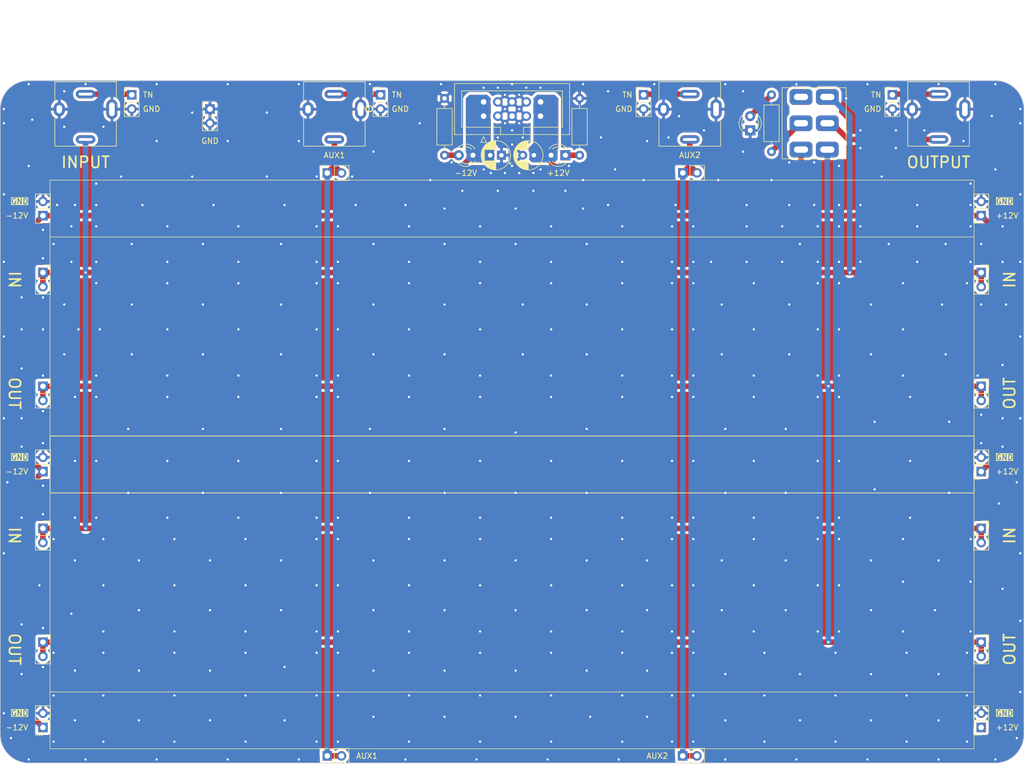
<source format=kicad_pcb>
(kicad_pcb (version 20221018) (generator pcbnew)
  (layers (0 "F.Cu" signal) (31 "B.Cu" signal) (34 "B.Paste" user) (35 "F.Paste" user) (36 "B.SilkS" user "B.Silkscreen") (37 "F.SilkS" user "F.Silkscreen") (38 "B.Mask" user) (39 "F.Mask" user) (44 "Edge.Cuts" user))
  (net 0 "")
  (net 1 "+12V")
  (net 2 "GND")
  (net 3 "-12V")
  (net 4 "Net-(D1-K)")
  (net 5 "Net-(D2-A)")
  (net 6 "Net-(D3-A)")
  (net 8 "/INPUT")
  (net 9 "/TN_IN")
  (net 10 "/OUTPUT")
  (net 11 "/TN_OUT")
  (net 12 "/AUX1")
  (net 13 "/TN_AUX1")
  (net 14 "/AUX2")
  (net 15 "/TN_AUX2")
  (net 16 "/TO_OUT")
  (net 17 "/EN")
  (footprint "Connector_PinSocket_2.54mm:PinSocket_1x02_P2.54mm_Vertical" (layer "F.Cu") (at 68.58 100.33 180)
    (fp_text reference "J9" hide)
    (fp_text value "-12V")
  )
  (footprint "Connector_PinSocket_2.54mm:PinSocket_1x02_P2.54mm_Vertical" (layer "F.Cu") (at 119.38 151.13 90)
    (fp_text reference "J23" hide)
    (fp_text value "AUX1")
  )
  (footprint "Connector_PinSocket_2.54mm:PinSocket_1x02_P2.54mm_Vertical" (layer "F.Cu") (at 236.22 85.09)
    (fp_text reference "J13" hide)
    (fp_text value "OUT")
  )
  (footprint "Connector_PinSocket_2.54mm:PinSocket_1x02_P2.54mm_Vertical" (layer "F.Cu") (at 236.22 100.33 180)
    (fp_text reference "J7" hide)
    (fp_text value "+12V")
  )
  (footprint "Connector_PinHeader_2.54mm:PinHeader_1x02_P2.54mm_Vertical" (layer "F.Cu") (at 84.455 33.02)
    (fp_text reference "JP1" hide)
    (fp_text value "TN_GND" hide)
  )
  (footprint "Connector_PinHeader_2.54mm:PinHeader_1x02_P2.54mm_Vertical" (layer "F.Cu") (at 220.345 33.02)
    (fp_text reference "JP2" hide)
    (fp_text value "TN_GND" hide)
  )
  (footprint "Capacitor_THT:CP_Radial_D5.0mm_P2.00mm" (layer "F.Cu") (at 150.495 43.815 180)
    (fp_text reference "C2" hide)
    (fp_text value "100uF" hide)
  )
  (footprint "Connector_PinHeader_2.54mm:PinHeader_1x02_P2.54mm_Vertical" (layer "F.Cu") (at 175.895 33.02)
    (fp_text reference "JP4" hide)
    (fp_text value "TN_GND" hide)
  )
  (footprint "kosmo-lib:Breadboard" (layer "F.Cu") (at 152.4 121.92)
    (fp_text reference "B2" hide)
    (fp_text value "~" hide)
  )
  (footprint "Connector_PinSocket_2.54mm:PinSocket_1x02_P2.54mm_Vertical" (layer "F.Cu") (at 119.38 46.99 90)
    (fp_text reference "J14" hide)
    (fp_text value "AUX1")
  )
  (footprint "LED_THT:LED_D3.0mm" (layer "F.Cu") (at 194.945 39.37 90)
    (fp_text reference "D3" hide)
    (fp_text value "ENABLE" hide)
  )
  (footprint "Connector_PinSocket_2.54mm:PinSocket_1x02_P2.54mm_Vertical" (layer "F.Cu") (at 182.88 151.13 90)
    (fp_text reference "J24" hide)
    (fp_text value "AUX2")
  )
  (footprint "Connector_PinSocket_2.54mm:PinSocket_1x02_P2.54mm_Vertical" (layer "F.Cu") (at 68.58 110.49)
    (fp_text reference "J21" hide)
    (fp_text value "IN")
  )
  (footprint "Connector_PinSocket_2.54mm:PinSocket_1x02_P2.54mm_Vertical" (layer "F.Cu") (at 68.58 130.81)
    (fp_text reference "J22" hide)
    (fp_text value "OUT")
  )
  (footprint "Connector_PinHeader_2.54mm:PinHeader_1x02_P2.54mm_Vertical" (layer "F.Cu") (at 128.905 33.02)
    (fp_text reference "JP3" hide)
    (fp_text value "TN_GND" hide)
  )
  (footprint "kosmo-lib:Jack_3.5mm_QingPu_WQP-PJ301BM" (layer "F.Cu") (at 228.6 36.195 180)
    (fp_text reference "J3" hide)
    (fp_text value "OUTPUT")
  )
  (footprint "Connector_PinSocket_2.54mm:PinSocket_1x02_P2.54mm_Vertical" (layer "F.Cu") (at 68.58 54.61 180)
    (fp_text reference "J8" hide)
    (fp_text value "-12V")
  )
  (footprint "Connector_IDC:IDC-Header_2x05_P2.54mm_Vertical" (layer "F.Cu") (at 147.32 36.83 90)
    (fp_text reference "J1" hide)
    (fp_text value "EURO POWER" hide)
  )
  (footprint "LED_THT:LED_D3.0mm" (layer "F.Cu") (at 145.415 43.815 180)
    (fp_text reference "D2" hide)
    (fp_text value "-12V")
  )
  (footprint "kosmo-lib:Jack_3.5mm_QingPu_WQP-PJ301BM" (layer "F.Cu") (at 184.15 36.195 180)
    (fp_text reference "J5" hide)
    (fp_text value "AUX2")
  )
  (footprint "kosmo-lib:Switch_DPDT" (layer "F.Cu") (at 206.375 38.1)
    (fp_text reference "SW1" hide)
    (fp_text value "SW_DPDT_x2")
  )
  (footprint "kosmo-lib:Jack_3.5mm_QingPu_WQP-PJ301BM" (layer "F.Cu") (at 76.2 36.195 180)
    (fp_text reference "J2" hide)
    (fp_text value "INPUT")
  )
  (footprint "kosmo-lib:Jack_3.5mm_QingPu_WQP-PJ301BM" (layer "F.Cu") (at 120.65 36.195 180)
    (fp_text reference "J4" hide)
    (fp_text value "AUX1")
  )
  (footprint "Connector_PinSocket_2.54mm:PinSocket_1x02_P2.54mm_Vertical" (layer "F.Cu") (at 68.58 85.09)
    (fp_text reference "J12" hide)
    (fp_text value "OUT")
  )
  (footprint "LED_THT:LED_D3.0mm" (layer "F.Cu") (at 161.925 43.815 180)
    (fp_text reference "D1" hide)
    (fp_text value "+12V")
  )
  (footprint "Connector_PinSocket_2.54mm:PinSocket_1x02_P2.54mm_Vertical" (layer "F.Cu") (at 236.22 130.81)
    (fp_text reference "J17" hide)
    (fp_text value "OUT")
  )
  (footprint "Connector_PinSocket_2.54mm:PinSocket_1x02_P2.54mm_Vertical" (layer "F.Cu") (at 236.22 146.05 180)
    (fp_text reference "J19" hide)
    (fp_text value "+12V")
  )
  (footprint "Connector_PinSocket_2.54mm:PinSocket_1x02_P2.54mm_Vertical" (layer "F.Cu") (at 68.58 146.05 180)
    (fp_text reference "J20" hide)
    (fp_text value "-12V")
  )
  (footprint "Connector_PinSocket_2.54mm:PinSocket_1x02_P2.54mm_Vertical" (layer "F.Cu") (at 236.22 54.61 180)
    (fp_text reference "J6" hide)
    (fp_text value "+12V")
  )
  (footprint "Connector_PinHeader_2.54mm:PinHeader_1x02_P2.54mm_Vertical" (layer "F.Cu") (at 98.425 35.56)
    (fp_text reference "J18" hide)
    (fp_text value "GND")
  )
  (footprint "Resistor_THT:R_Axial_DIN0207_L6.3mm_D2.5mm_P10.16mm_Horizontal" (layer "F.Cu") (at 198.755 43.18 90)
    (fp_text reference "R3" hide)
    (fp_text value "1k2" hide)
  )
  (footprint "Connector_PinSocket_2.54mm:PinSocket_1x02_P2.54mm_Vertical" (layer "F.Cu") (at 182.9 46.965 90)
    (fp_text reference "J15" hide)
    (fp_text value "AUX2")
  )
  (footprint "Capacitor_THT:CP_Radial_D5.0mm_P2.00mm" (layer "F.Cu") (at 156.305 43.815 180)
    (fp_text reference "C1" hide)
    (fp_text value "100uF" hide)
  )
  (footprint "Connector_PinSocket_2.54mm:PinSocket_1x02_P2.54mm_Vertical" (layer "F.Cu") (at 236.22 64.77)
    (fp_text reference "J11" hide)
    (fp_text value "IN")
  )
  (footprint "Connector_PinSocket_2.54mm:PinSocket_1x02_P2.54mm_Vertical" (layer "F.Cu") (at 236.22 110.49)
    (fp_text reference "J16" hide)
    (fp_text value "IN")
  )
  (footprint "Connector_PinSocket_2.54mm:PinSocket_1x02_P2.54mm_Vertical" (layer "F.Cu") (at 68.58 64.77)
    (fp_text reference "J10" hide)
    (fp_text value "IN")
  )
  (footprint "Resistor_THT:R_Axial_DIN0207_L6.3mm_D2.5mm_P10.16mm_Horizontal" (layer "F.Cu") (at 164.465 43.815 90)
    (fp_text reference "R1" hide)
    (fp_text value "1k2" hide)
  )
  (footprint "kosmo-lib:Breadboard" (layer "F.Cu") (at 152.4 76.2)
    (fp_text reference "B1" hide)
    (fp_text value "~" hide)
  )
  (footprint "Resistor_THT:R_Axial_DIN0207_L6.3mm_D2.5mm_P10.16mm_Horizontal" (layer "F.Cu") (at 140.335 33.655 -90)
    (fp_text reference "R2" hide)
    (fp_text value "1k2" hide)
  )
  (gr_line (start 60.96 147.32) (end 60.96 35.56) (stroke (width 0.1)) (layer "Edge.Cuts"))
  (gr_arc (start 238.760002 30.479998) (mid 242.352104 31.967896) (end 243.840002 35.559998) (stroke (width 0.1)) (layer "Edge.Cuts"))
  (gr_line (start 66.04 152.4) (end 238.76 152.4) (stroke (width 0.1)) (layer "Edge.Cuts"))
  (gr_line (start 66.04 30.48) (end 238.760002 30.479998) (stroke (width 0.1)) (layer "Edge.Cuts"))
  (gr_line (start 243.84 147.32) (end 243.84 35.559999) (stroke (width 0.1)) (layer "Edge.Cuts"))
  (gr_arc (start 66.04 152.4) (mid 62.447898 150.912102) (end 60.96 147.32) (stroke (width 0.1)) (layer "Edge.Cuts"))
  (gr_arc (start 60.96 35.56) (mid 62.447898 31.967898) (end 66.04 30.48) (stroke (width 0.1)) (layer "Edge.Cuts"))
  (gr_arc (start 243.84 147.32) (mid 242.352102 150.912102) (end 238.76 152.4) (stroke (width 0.1)) (layer "Edge.Cuts"))
  (gr_text "GND" (at 66.04 143.51) (layer "F.SilkS" knockout) (effects (font (size 1 1)) (justify right)))
  (gr_text "GND" (at 86.36 35.56) (layer "F.SilkS") (effects (font (size 1 1)) (justify left)))
  (gr_text "TN" (at 173.99 33.02) (layer "F.SilkS") (effects (font (size 1 1)) (justify right)))
  (gr_text "GND" (at 130.81 35.56) (layer "F.SilkS") (effects (font (size 1 1)) (justify left)))
  (gr_text "GND" (at 218.44 35.56) (layer "F.SilkS") (effects (font (size 1 1)) (justify right)))
  (gr_text "GND" (at 66.04 52.07) (layer "F.SilkS" knockout) (effects (font (size 1 1)) (justify right)))
  (gr_text "TN" (at 218.44 33.02) (layer "F.SilkS") (effects (font (size 1 1)) (justify right)))
  (gr_text "GND" (at 173.99 35.56) (layer "F.SilkS") (effects (font (size 1 1)) (justify right)))
  (gr_text "GND" (at 238.76 52.07) (layer "F.SilkS" knockout) (effects (font (size 1 1)) (justify left)))
  (gr_text "TN" (at 86.36 33.02) (layer "F.SilkS") (effects (font (size 1 1)) (justify left)))
  (gr_text "GND" (at 124.46 35.56) (layer "F.SilkS") (effects (font (size 1 1)) (justify left)))
  (gr_text "GND" (at 238.76 97.79) (layer "F.SilkS" knockout) (effects (font (size 1 1)) (justify left)))
  (gr_text "GND" (at 238.76 143.51) (layer "F.SilkS" knockout) (effects (font (size 1 1)) (justify left)))
  (gr_text "TN" (at 130.81 33.02) (layer "F.SilkS") (effects (font (size 1 1)) (justify left)))
  (gr_text "GND" (at 66.04 97.79) (layer "F.SilkS" knockout) (effects (font (size 1 1)) (justify right)))
  (segment (start 203.835 54.61) (end 168.907208 54.61) (width 1) (layer "F.Cu") (net 1))
  (segment (start 204.0255 54.4195) (end 203.835 54.61) (width 1) (layer "F.Cu") (net 1))
  (segment (start 236.22 54.61) (end 203.835 54.61) (width 1) (layer "F.Cu") (net 1))
  (segment (start 238.125 56.515) (end 238.125 98.425) (width 1) (layer "F.Cu") (net 1))
  (segment (start 236.22 54.61) (end 238.125 56.515) (width 1) (layer "F.Cu") (net 1))
  (segment (start 168.907208 54.61) (end 159.385 45.087792) (width 1) (layer "F.Cu") (net 1))
  (segment (start 204.0255 42.799) (end 204.0255 54.4195) (width 1) (layer "F.Cu") (net 1))
  (segment (start 159.385 45.087792) (end 159.385 43.815) (width 1) (layer "F.Cu") (net 1))
  (segment (start 238.125 98.425) (end 236.22 100.33) (width 1) (layer "F.Cu") (net 1))
  (via (at 146.685 74.93) (size 0.8) (drill 0.4) (layers "F.Cu" "B.Cu") (net 2))
  (via (at 153.67 38.1) (size 0.8) (drill 0.4) (layers "F.Cu" "B.Cu") (net 2))
  (via (at 238.76 46.355) (size 0.8) (drill 0.4) (layers "F.Cu" "B.Cu") (net 2))
  (via (at 133.985 83.185) (size 0.8) (drill 0.4) (layers "F.Cu" "B.Cu") (net 2))
  (via (at 68.58 83.185) (size 0.8) (drill 0.4) (layers "F.Cu" "B.Cu") (net 2))
  (via (at 233.045 41.275) (size 0.8) (drill 0.4) (layers "F.Cu" "B.Cu") (net 2))
  (via (at 194.31 62.865) (size 0.8) (drill 0.4) (layers "F.Cu" "B.Cu") (net 2))
  (via (at 97.155 79.375) (size 0.8) (drill 0.4) (layers "F.Cu" "B.Cu") (net 2))
  (via (at 78.105 56.515) (size 0.8) (drill 0.4) (layers "F.Cu" "B.Cu") (net 2))
  (via (at 127.635 79.375) (size 0.8) (drill 0.4) (layers "F.Cu" "B.Cu") (net 2))
  (via (at 117.475 83.185) (size 0.8) (drill 0.4) (layers "F.Cu" "B.Cu") (net 2))
  (via (at 210.82 108.585) (size 0.8) (drill 0.4) (layers "F.Cu" "B.Cu") (net 2))
  (via (at 74.295 144.78) (size 0.8) (drill 0.4) (layers "F.Cu" "B.Cu") (net 2))
  (via (at 117.475 120.65) (size 0.8) (drill 0.4) (layers "F.Cu" "B.Cu") (net 2))
  (via (at 143.51 50.165) (size 0.8) (drill 0.4) (layers "F.Cu" "B.Cu") (net 2))
  (via (at 83.82 92.71) (size 0.8) (drill 0.4) (layers "F.Cu" "B.Cu") (net 2))
  (via (at 159.385 112.395) (size 0.8) (drill 0.4) (layers "F.Cu" "B.Cu") (net 2))
  (via (at 207.01 62.865) (size 0.8) (drill 0.4) (layers "F.Cu" "B.Cu") (net 2))
  (via (at 228.6 151.765) (size 0.8) (drill 0.4) (layers "F.Cu" "B.Cu") (net 2))
  (via (at 157.48 46.355) (size 0.8) (drill 0.4) (layers "F.Cu" "B.Cu") (net 2))
  (via (at 172.085 56.515) (size 0.8) (drill 0.4) (layers "F.Cu" "B.Cu") (net 2))
  (via (at 101.6 41.275) (size 0.8) (drill 0.4) (layers "F.Cu" "B.Cu") (net 2))
  (via (at 103.505 83.185) (size 0.8) (drill 0.4) (layers "F.Cu" "B.Cu") (net 2))
  (via (at 195.58 112.395) (size 0.8) (drill 0.4) (layers "F.Cu" "B.Cu") (net 2))
  (via (at 210.82 52.705) (size 0.8) (drill 0.4) (layers "F.Cu" "B.Cu") (net 2))
  (via (at 170.815 46.355) (size 0.8) (drill 0.4) (layers "F.Cu" "B.Cu") (net 2))
  (via (at 210.185 140.335) (size 0.8) (drill 0.4) (layers "F.Cu" "B.Cu") (net 2))
  (via (at 152.4 41.91) (size 0.8) (drill 0.4) (layers "F.Cu" "B.Cu") (net 2))
  (via (at 172.085 74.93) (size 0.8) (drill 0.4) (layers "F.Cu" "B.Cu") (net 2))
  (via (at 140.335 135.89) (size 0.8) (drill 0.4) (layers "F.Cu" "B.Cu") (net 2))
  (via (at 207.01 112.395) (size 0.8) (drill 0.4) (layers "F.Cu" "B.Cu") (net 2))
  (via (at 154.305 40.64) (size 0.8) (drill 0.4) (layers "F.Cu" "B.Cu") (net 2))
  (via (at 236.22 90.17) (size 0.8) (drill 0.4) (layers "F.Cu" "B.Cu") (net 2))
  (via (at 180.975 128.905) (size 0.8) (drill 0.4) (layers "F.Cu" "B.Cu") (net 2))
  (via (at 104.775 140.335) (size 0.8) (drill 0.4) (layers "F.Cu" "B.Cu") (net 2))
  (via (at 84.455 59.69) (size 0.8) (drill 0.4) (layers "F.Cu" "B.Cu") (net 2))
  (via (at 127.635 59.69) (size 0.8) (drill 0.4) (layers "F.Cu" "B.Cu") (net 2))
  (via (at 153.035 53.34) (size 0.8) (drill 0.4) (layers "F.Cu" "B.Cu") (net 2))
  (via (at 233.68 66.675) (size 0.8) (drill 0.4) (layers "F.Cu" "B.Cu") (net 2))
  (via (at 78.105 52.705) (size 0.8) (drill 0.4) (layers "F.Cu" "B.Cu") (net 2))
  (via (at 64.77 90.805) (size 0.8) (drill 0.4) (layers "F.Cu" "B.Cu") (net 2))
  (via (at 189.865 70.485) (size 0.8) (drill 0.4) (layers "F.Cu" "B.Cu") (net 2))
  (via (at 172.085 112.395) (size 0.8) (drill 0.4) (layers "F.Cu" "B.Cu") (net 2))
  (via (at 234.315 120.015) (size 0.8) (drill 0.4) (layers "F.Cu" "B.Cu") (net 2))
  (via (at 216.535 70.485) (size 0.8) (drill 0.4) (layers "F.Cu" "B.Cu") (net 2))
  (via (at 146.05 151.765) (size 0.8) (drill 0.4) (layers "F.Cu" "B.Cu") (net 2))
  (via (at 111.76 52.705) (size 0.8) (drill 0.4) (layers "F.Cu" "B.Cu") (net 2))
  (via (at 172.085 148.59) (size 0.8) (drill 0.4) (layers "F.Cu" "B.Cu") (net 2))
  (via (at 190.5 31.115) (size 0.8) (drill 0.4) (layers "F.Cu" "B.Cu") (net 2))
  (via (at 61.595 62.865) (size 0.8) (drill 0.4) (layers "F.Cu" "B.Cu") (net 2))
  (via (at 210.82 128.905) (size 0.8) (drill 0.4) (layers "F.Cu" "B.Cu") (net 2))
  (via (at 169.545 52.705) (size 0.8) (drill 0.4) (layers "F.Cu" "B.Cu") (net 2))
  (via (at 74.295 98.425) (size 0.8) (drill 0.4) (layers "F.Cu" "B.Cu") (net 2))
  (via (at 85.725 125.095) (size 0.8) (drill 0.4) (layers "F.Cu" "B.Cu") (net 2))
  (via (at 201.295 92.71) (size 0.8) (drill 0.4) (layers "F.Cu" "B.Cu") (net 2))
  (via (at 201.295 125.095) (size 0.8) (drill 0.4) (layers "F.Cu" "B.Cu") (net 2))
  (via (at 133.985 132.715) (size 0.8) (drill 0.4) (layers "F.Cu" "B.Cu") (net 2))
  (via (at 180.34 40.64) (size 0.8) (drill 0.4) (layers "F.Cu" "B.Cu") (net 2))
  (via (at 207.01 74.93) (size 0.8) (drill 0.4) (layers "F.Cu" "B.Cu") (net 2))
  (via (at 101.6 151.765) (size 0.8) (drill 0.4) (layers "F.Cu" "B.Cu") (net 2))
  (via (at 240.03 62.865) (size 0.8) (drill 0.4) (layers "F.Cu" "B.Cu") (net 2))
  (via (at 104.775 112.395) (size 0.8) (drill 0.4) (layers "F.Cu" "B.Cu") (net 2))
  (via (at 127.635 116.205) (size 0.8) (drill 0.4) (layers "F.Cu" "B.Cu") (net 2))
  (via (at 121.285 98.425) (size 0.8) (drill 0.4) (layers "F.Cu" "B.Cu") (net 2))
  (via (at 180.975 132.715) (size 0.8) (drill 0.4) (layers "F.Cu" "B.Cu") (net 2))
  (via (at 90.805 56.515) (size 0.8) (drill 0.4) (layers "F.Cu" "B.Cu") (net 2))
  (via (at 184.785 56.515) (size 0.8) (drill 0.4) (layers "F.Cu" "B.Cu") (net 2))
  (via (at 165.735 79.375) (size 0.8) (drill 0.4) (layers "F.Cu" "B.Cu") (net 2))
  (via (at 68.58 62.23) (size 0.8) (drill 0.4) (layers "F.Cu" "B.Cu") (net 2))
  (via (at 68.58 69.215) (size 0.8) (drill 0.4) (layers "F.Cu" "B.Cu") (net 2))
  (via (at 140.335 79.375) (size 0.8) (drill 0.4) (layers "F.Cu" "B.Cu") (net 2))
  (via (at 127.635 125.095) (size 0.8) (drill 0.4) (layers "F.Cu" "B.Cu") (net 2))
  (via (at 217.17 103.505) (size 0.8) (drill 0.4) (layers "F.Cu" "B.Cu") (net 2))
  (via (at 127.635 43.18) (size 0.8) (drill 0.4) (layers "F.Cu" "B.Cu") (net 2))
  (via (at 104.775 132.715) (size 0.8) (drill 0.4) (layers "F.Cu" "B.Cu") (net 2))
  (via (at 180.975 66.675) (size 0.8) (drill 0.4) (layers "F.Cu" "B.Cu") (net 2))
  (via (at 103.505 108.585) (size 0.8) (drill 0.4) (layers "F.Cu" "B.Cu") (net 2))
  (via (at 224.79 56.515) (size 0.8) (drill 0.4) (layers "F.Cu" "B.Cu") (net 2))
  (via (at 72.39 32.385) (size 0.8) (drill 0.4) (layers "F.Cu" "B.Cu") (net 2))
  (via (at 133.985 98.425) (size 0.8) (drill 0.4) (layers "F.Cu" "B.Cu") (net 2))
  (via (at 162.56 45.72) (size 0.8) (drill 0.4) (layers "F.Cu" "B.Cu") (net 2))
  (via (at 111.76 144.78) (size 0.8) (drill 0.4) (layers "F.Cu" "B.Cu") (net 2))
  (via (at 180.975 148.59) (size 0.8) (drill 0.4) (layers "F.Cu" "B.Cu") (net 2))
  (via (at 88.9 41.275) (size 0.8) (drill 0.4) (layers "F.Cu" "B.Cu") (net 2))
  (via (at 121.285 120.65) (size 0.8) (drill 0.4) (layers "F.Cu" "B.Cu") (net 2))
  (via (at 230.505 104.14) (size 0.8) (drill 0.4) (layers "F.Cu" "B.Cu") (net 2))
  (via (at 222.25 74.93) (size 0.8) (drill 0.4) (layers "F.Cu" "B.Cu") (net 2))
  (via (at 201.93 70.485) (size 0.8) (drill 0.4) (layers "F.Cu" "B.Cu") (net 2))
  (via (at 61.595 90.805) (size 0.8) (drill 0.4) (layers "F.Cu" "B.Cu") (net 2))
  (via (at 133.985 86.995) (size 0.8) (drill 0.4) (layers "F.Cu" "B.Cu") (net 2))
  (via (at 184.785 132.715) (size 0.8) (drill 0.4) (layers "F.Cu" "B.Cu") (net 2))
  (via (at 240.03 90.805) (size 0.8) (drill 0.4) (layers "F.Cu" "B.Cu") (net 2))
  (via (at 165.735 104.14) (size 0.8) (drill 0.4) (layers "F.Cu" "B.Cu") (net 2))
  (via (at 68.58 102.87) (size 0.8) (drill 0.4) (layers "F.Cu" "B.Cu") (net 2))
  (via (at 153.035 135.89) (size 0.8) (drill 0.4) (layers "F.Cu" "B.Cu") (net 2))
  (via (at 224.79 52.705) (size 0.8) (drill 0.4) (layers "F.Cu" "B.Cu") (net 2))
  (via (at 85.725 144.78) (size 0.8) (drill 0.4) (layers "F.Cu" "B.Cu") (net 2))
  (via (at 73.66 56.515) (size 0.8) (drill 0.4) (layers "F.Cu" "B.Cu") (net 2))
  (via (at 70.485 112.395) (size 0.8) (drill 0.4) (layers "F.Cu" "B.Cu") (net 2))
  (via (at 159.385 120.65) (size 0.8) (drill 0.4) (layers "F.Cu" "B.Cu") (net 2))
  (via (at 180.975 86.995) (size 0.8) (drill 0.4) (layers "F.Cu" "B.Cu") (net 2))
  (via (at 103.505 56.515) (size 0.8) (drill 0.4) (layers "F.Cu" "B.Cu") (net 2))
  (via (at 103.505 86.995) (size 0.8) (drill 0.4) (layers "F.Cu" "B.Cu") (net 2))
  (via (at 228.6 31.115) (size 0.8) (drill 0.4) (layers "F.Cu" "B.Cu") (net 2))
  (via (at 189.865 79.375) (size 0.8) (drill 0.4) (layers "F.Cu" "B.Cu") (net 2))
  (via (at 68.58 107.95) (size 0.8) (drill 0.4) (layers "F.Cu" "B.Cu") (net 2))
  (via (at 95.25 36.195) (size 0.8) (drill 0.4) (layers "F.Cu" "B.Cu") (net 2))
  (via (at 190.5 136.525) (size 0.8) (drill 0.4) (layers "F.Cu" "B.Cu") (net 2))
  (via (at 64.77 95.885) (size 0.8) (drill 0.4) (layers "F.Cu" "B.Cu") (net 2))
  (via (at 190.5 144.78) (size 0.8) (drill 0.4) (layers "F.Cu" "B.Cu") (net 2))
  (via (at 133.985 112.395) (size 0.8) (drill 0.4) (layers "F.Cu" "B.Cu") (net 2))
  (via (at 117.475 132.715) (size 0.8) (drill 0.4) (layers "F.Cu" "B.Cu") (net 2))
  (via (at 121.285 128.905) (size 0.8) (drill 0.4) (layers "F.Cu" "B.Cu") (net 2))
  (via (at 222.885 140.335) (size 0.8) (drill 0.4) (layers "F.Cu" "B.Cu") (net 2))
  (via (at 184.785 108.585) (size 0.8) (drill 0.4) (layers "F.Cu" "B.Cu") (net 2))
  (via (at 201.295 104.14) (size 0.8) (drill 0.4) (layers "F.Cu" "B.Cu") (net 2))
  (via (at 103.505 62.865) (size 0.8) (drill 0.4) (layers "F.Cu" "B.Cu") (net 2))
  (via (at 68.58 89.535) (size 0.8) (drill 0.4) (layers "F.Cu" "B.Cu") (net 2))
  (via (at 165.1 48.26) (size 0.8) (drill 0.4) (layers "F.Cu" "B.Cu") (net 2))
  (via (at 226.06 39.37) (size 0.8) (drill 0.4) (layers "F.Cu" "B.Cu") (net 2))
  (via (at 140.335 59.69) (size 0.8) (drill 0.4) (layers "F.Cu" "B.Cu") (net 2))
  (via (at 133.985 66.675) (size 0.8) (drill 0.4) (layers "F.Cu" "B.Cu") (net 2))
  (via (at 98.425 125.095) (size 0.8) (drill 0.4) (layers "F.Cu" "B.Cu") (net 2))
  (via (at 121.285 66.675) (size 0.8) (drill 0.4) (layers "F.Cu" "B.Cu") (net 2))
  (via (at 154.305 70.485) (size 0.8) (drill 0.4) (layers "F.Cu" "B.Cu") (net 2))
  (via (at 219.71 59.69) (size 0.8) (drill 0.4) (layers "F.Cu" "B.Cu") (net 2))
  (via (at 210.82 112.395) (size 0.8) (drill 0.4) (layers "F.Cu" "B.Cu") (net 2))
  (via (at 61.595 38.1) (size 0.8) (drill 0.4) (layers "F.Cu" "B.Cu") (net 2))
  (via (at 78.74 74.93) (size 0.8) (drill 0.4) (layers "F.Cu" "B.Cu") (net 2))
  (via (at 146.685 108.585) (size 0.8) (drill 0.4) (layers "F.Cu" "B.Cu") (net 2))
  (via (at 127.635 144.145) (size 0.8) (drill 0.4) (layers "F.Cu" "B.Cu") (net 2))
  (via (at 175.895 48.26) (size 0.8) (drill 0.4) (layers "F.Cu" "B.Cu") (net 2))
  (via (at 79.375 148.59) (size 0.8) (drill 0.4) (layers "F.Cu" "B.Cu") (net 2))
  (via (at 153.035 104.14) (size 0.8) (drill 0.4) (layers "F.Cu" "B.Cu") (net 2))
  (via (at 111.125 104.14) (size 0.8) (drill 0.4) (layers "F.Cu" "B.Cu") (net 2))
  (via (at 194.31 52.705) (size 0.8) (drill 0.4) (layers "F.Cu" "B.Cu") (net 2))
  (via (at 146.685 132.715) (size 0.8) (drill 0.4) (layers "F.Cu" "B.Cu") (net 2))
  (via (at 67.945 120.65) (size 0.8) (drill 0.4) (layers "F.Cu" "B.Cu") (net 2))
  (via (at 236.22 70.485) (size 0.8) (drill 0.4) (layers "F.Cu" "B.Cu") (net 2))
  (via (at 68.58 74.93) (size 0.8) (drill 0.4) (layers "F.Cu" "B.Cu") (net 2))
  (via (at 238.76 151.765) (size 0.8) (drill 0.4) (layers "F.Cu" "B.Cu") (net 2))
  (via (at 168.275 40.64) (size 0.8) (drill 0.4) (layers "F.Cu" "B.Cu") (net 2))
  (via (at 201.93 45.085) (size 0.8) (drill 0.4) (layers "F.Cu" "B.Cu") (net 2))
  (via (at 243.205 62.865) (size 0.8) (drill 0.4) (layers "F.Cu" "B.Cu") (net 2))
  (via (at 111.125 116.205) (size 0.8) (drill 0.4) (layers "F.Cu" "B.Cu") (net 2))
  (via (at 165.735 135.89) (size 0.8) (drill 0.4) (layers "F.Cu" "B.Cu") (net 2))
  (via (at 83.82 104.14) (size 0.8) (drill 0.4) (layers "F.Cu" "B.Cu") (net 2))
  (via (at 133.35 52.705) (size 0.8) (drill 0.4) (layers "F.Cu" "B.Cu") (net 2))
  (via (at 97.155 104.14) (size 0.8) (drill 0.4) (layers "F.Cu" "B.Cu") (net 2))
  (via (at 222.25 128.905) (size 0.8) (drill 0.4) (layers "F.Cu" "B.Cu") (net 2))
  (via (at 198.755 48.26) (size 0.8) (drill 0.4) (layers "F.Cu" "B.Cu") (net 2))
  (via (at 215.9 151.765) (size 0.8) (drill 0.4) (layers "F.Cu" "B.Cu") (net 2))
  (via (at 111.125 59.69) (size 0.8) (drill 0.4) (layers "F.Cu" "B.Cu") (net 2))
  (via (at 68.58 128.27) (size 0.8) (drill 0.4) (layers "F.Cu" "B.Cu") (net 2))
  (via (at 127.635 70.485) (size 0.8) (drill 0.4) (layers "F.Cu" "B.Cu") (net 2))
  (via (at 172.085 120.65) (size 0.8) (drill 0.4) (layers "F.Cu" "B.Cu") (net 2))
  (via (at 195.58 83.185) (size 0.8) (drill 0.4) (layers "F.Cu" "B.Cu") (net 2))
  (via (at 90.805 98.425) (size 0.8) (drill 0.4) (layers "F.Cu" "B.Cu") (net 2))
  (via (at 187.96 62.865) (size 0.8) (drill 0.4) (layers "F.Cu" "B.Cu") (net 2))
  (via (at 140.335 92.71) (size 0.8) (drill 0.4) (layers "F.Cu" "B.Cu") (net 2))
  (via (at 197.485 132.715) (size 0.8) (drill 0.4) (layers "F.Cu" "B.Cu") (net 2))
  (via (at 194.31 56.515) (size 0.8) (drill 0.4) (layers "F.Cu" "B.Cu") (net 2))
  (via (at 207.01 66.675) (size 0.8) (drill 0.4) (layers "F.Cu" "B.Cu") (net 2))
  (via (at 82.55 47.625) (size 0.8) (drill 0.4) (layers "F.Cu" "B.Cu") (net 2))
  (via (at 223.52 86.995) (size 0.8) (drill 0.4) (layers "F.Cu" "B.Cu") (net 2))
  (via (at 165.735 92.71) (size 0.8) (drill 0.4) (layers "F.Cu" "B.Cu") (net 2))
  (via (at 140.335 116.205) (size 0.8) (drill 0.4) (layers "F.Cu" "B.Cu") (net 2))
  (via (at 171.45 151.765) (size 0.8) (drill 0.4) (layers "F.Cu" "B.Cu") (net 2))
  (via (at 216.535 125.095) (size 0.8) (drill 0.4) (layers "F.Cu" "B.Cu") (net 2))
  (via (at 222.25 83.185) (size 0.8) (drill 0.4) (layers "F.Cu" "B.Cu") (net 2))
  (via (at 240.665 70.485) (size 0.8) (drill 0.4) (layers "F.Cu" "B.Cu") (net 2))
  (via (at 147.32 46.355) (size 0.8) (drill 0.4) (layers "F.Cu" "B.Cu") (net 2))
  (via (at 111.125 70.485) (size 0.8) (drill 0.4) (layers "F.Cu" "B.Cu") (net 2))
  (via (at 184.785 120.65) (size 0.8) (drill 0.4) (layers "F.Cu" "B.Cu") (net 2))
  (via (at 78.105 66.675) (size 0.8) (drill 0.4) (layers "F.Cu" "B.Cu") (net 2))
  (via (at 66.04 45.72) (size 0.8) (drill 0.4) (layers "F.Cu" "B.Cu") (net 2))
  (via (at 180.975 120.65) (size 0.8) (drill 0.4) (layers "F.Cu" "B.Cu") (net 2))
  (via (at 159.385 140.335) (size 0.8) (drill 0.4) (layers "F.Cu" "B.Cu") (net 2))
  (via (at 152.4 45.72) (size 0.8) (drill 0.4) (layers "F.Cu" "B.Cu") (net 2))
  (via (at 180.975 108.585) (size 0.8) (drill 0.4) (layers "F.Cu" "B.Cu") (net 2))
  (via (at 133.985 120.65) (size 0.8) (drill 0.4) (layers "F.Cu" "B.Cu") (net 2))
  (via (at 74.295 52.705) (size 0.8) (drill 0.4) (layers "F.Cu" "B.Cu") (net 2))
  (via (at 184.785 62.865) (size 0.8) (drill 0.4) (layers "F.Cu" "B.Cu") (net 2))
  (via (at 200.66 62.865) (size 0.8) (drill 0.4) (layers "F.Cu" "B.Cu") (net 2))
  (via (at 243.205 127) (size 0.8) (drill 0.4) (layers "F.Cu" "B.Cu") (net 2))
  (via (at 190.5 151.765) (size 0.8) (drill 0.4) (layers "F.Cu" "B.Cu") (net 2))
  (via (at 74.295 135.89) (size 0.8) (drill 0.4) (layers "F.Cu" "B.Cu") (net 2))
  (via (at 97.155 92.71) (size 0.8) (drill 0.4) (layers "F.Cu" "B.Cu") (net 2))
  (via (at 159.385 108.585) (size 0.8) (drill 0.4) (layers "F.Cu" "B.Cu") (net 2))
  (via (at 90.805 74.93) (size 0.8) (drill 0.4) (layers "F.Cu" "B.Cu") (net 2))
  (via (at 180.975 112.395) (size 0.8) (drill 0.4) (layers "F.Cu" "B.Cu") (net 2))
  (via (at 121.285 108.585) (size 0.8) (drill 0.4) (layers "F.Cu" "B.Cu") (net 2))
  (via (at 121.285 112.395) (size 0.8) (drill 0.4) (layers "F.Cu" "B.Cu") (net 2))
  (via (at 243.205 90.805) (size 0.8) (drill 0.4) (layers "F.Cu" "B.Cu") (net 2))
  (via (at 121.285 62.865) (size 0.8) (drill 0.4) (layers "F.Cu" "B.Cu") (net 2))
  (via (at 117.475 108.585) (size 0.8) (drill 0.4) (layers "F.Cu" "B.Cu") (net 2))
  (via (at 117.475 74.93) (size 0.8) (drill 0.4) (layers "F.Cu" "B.Cu") (net 2))
  (via (at 101.6 31.115) (size 0.8) (drill 0.4) (layers "F.Cu" "B.Cu") (net 2))
  (via (at 210.82 45.72) (size 0.8) (drill 0.4) (layers "F.Cu" "B.Cu") (net 2))
  (via (at 206.375 52.705) (size 0.8) (drill 0.4) (layers "F.Cu" "B.Cu") (net 2))
  (via (at 66.04 151.765) (size 0.8) (drill 0.4) (layers "F.Cu" "B.Cu") (net 2))
  (via (at 210.82 74.93) (size 0.8) (drill 0.4) (layers "F.Cu" "B.Cu") (net 2))
  (via (at 133.985 56.515) (size 0.8) (drill 0.4) (layers "F.Cu" "B.Cu") (net 2))
  (via (at 214.63 52.705) (size 0.8) (drill 0.4) (layers "F.Cu" "B.Cu") (net 2))
  (via (at 240.03 56.515) (size 0.8) (drill 0.4) (layers "F.Cu" "B.Cu") (net 2))
  (via (at 114.3 151.765) (size 0.8) (drill 0.4) (layers "F.Cu" "B.Cu") (net 2))
  (via (at 147.32 31.75) (size 0.8) (drill 0.4) (layers "F.Cu" "B.Cu") (net 2))
  (via (at 146.685 112.395) (size 0.8) (drill 0.4) (layers "F.Cu" "B.Cu") (net 2))
  (via (at 79.375 140.335) (size 0.8) (drill 0.4) (layers "F.Cu" "B.Cu") (net 2))
  (via (at 149.86 40.64) (size 0.8) (drill 0.4) (layers "F.Cu" "B.Cu") (net 2))
  (via (at 85.725 116.205) (size 0.8) (drill 0.4) (layers "F.Cu" "B.Cu") (net 2))
  (via (at 133.985 108.585) (size 0.8) (drill 0.4) (layers "F.Cu" "B.Cu") (net 2))
  (via (at 243.205 50.8) (size 0.8) (drill 0.4) (layers "F.Cu" "B.Cu") (net 2))
  (via (at 133.985 140.335) (size 0.8) (drill 0.4) (layers "F.Cu" "B.Cu") (net 2))
  (via (at 117.475 62.865) (size 0.8) (drill 0.4) (layers "F.Cu" "B.Cu") (net 2))
  (via (at 79.375 38.735) (size 0.8) (drill 0.4) (layers "F.Cu" "B.Cu") (net 2))
  (via (at 180.975 98.425) (size 0.8) (drill 0.4) (layers "F.Cu" "B.Cu") (net 2))
  (via (at 133.35 151.765) (size 0.8) (drill 0.4) (layers "F.Cu" "B.Cu") (net 2))
  (via (at 165.735 116.205) (size 0.8) (drill 0.4) (layers "F.Cu" "B.Cu") (net 2))
  (via (at 222.25 66.675) (size 0.8) (drill 0.4) (layers "F.Cu" "B.Cu") (net 2))
  (via (at 222.885 132.715) (size 0.8) (drill 0.4) (layers "F.Cu" "B.Cu") (net 2))
  (via (at 133.985 148.59) (size 0.8) (drill 0.4) (layers "F.Cu" "B.Cu") (net 2))
  (via (at 216.535 79.375) (size 0.8) (drill 0.4) (layers "F.Cu" "B.Cu") (net 2))
  (via (at 239.395 106.045) (size 0.8) (drill 0.4) (layers "F.Cu" "B.Cu") (net 2))
  (via (at 88.9 31.115) (size 0.8) (drill 0.4) (layers "F.Cu" "B.Cu") (net 2))
  (via (at 172.085 86.995) (size 0.8) (drill 0.4) (layers "F.Cu" "B.Cu") (net 2))
  (via (at 79.375 128.905) (size 0.8) (drill 0.4) (layers "F.Cu" "B.Cu") (net 2))
  (via (at 76.2 31.115) (size 0.8) (drill 0.4) (layers "F.Cu" "B.Cu") (net 2))
  (via (at 79.375 132.715) (size 0.8) (drill 0.4) (layers "F.Cu" "B.Cu") (net 2))
  (via (at 180.975 74.93) (size 0.8) (drill 0.4) (layers "F.Cu" "B.Cu") (net 2))
  (via (at 73.66 125.73) (size 0.8) (drill 0.4) (layers "F.Cu" "B.Cu") (net 2))
  (via (at 146.685 66.675) (size 0.8) (drill 0.4) (layers "F.Cu" "B.Cu") (net 2))
  (via (at 184.785 83.185) (size 0.8) (drill 0.4) (layers "F.Cu" "B.Cu") (net 2))
  (via (at 121.285 132.715) (size 0.8) (drill 0.4) (layers "F.Cu" "B.Cu") (net 2))
  (via (at 64.77 81.915) (size 0.8) (drill 0.4) (layers "F.Cu" "B.Cu") (net 2))
  (via (at 151.13 38.1) (size 0.8) (drill 0.4) (layers "F.Cu" "B.Cu") (net 2))
  (via (at 135.89 38.1) (size 0.8) (drill 0.4) (layers "F.Cu" "B.Cu") (net 2))
  (via (at 103.505 66.675) (size 0.8) (drill 0.4) (layers "F.Cu" "B.Cu") (net 2))
  (via (at 195.58 128.905) (size 0.8) (drill 0.4) (layers "F.Cu" "B.Cu") (net 2))
  (via (at 224.79 62.865) (size 0.8) (drill 0.4) (layers "F.Cu" "B.Cu") (net 2))
  (via (at 234.315 52.705) (size 0.8) (drill 0.4) (layers "F.Cu" "B.Cu") (net 2))
  (via (at 159.385 66.675) (size 0.8) (drill 0.4) (layers "F.Cu" "B.Cu") (net 2))
  (via (at 217.17 91.44) (size 0.8) (drill 0.4) (layers "F.Cu" "B.Cu") (net 2))
  (via (at 233.68 132.715) (size 0.8) (drill 0.4) (layers "F.Cu" "B.Cu") (net 2))
  (via (at 228.6 116.205) (size 0.8) (drill 0.4) (layers "F.Cu" "B.Cu") (net 2))
  (via (at 70.485 140.335) (size 0.8) (drill 0.4) (layers "F.Cu" "B.Cu") (net 2))
  (via (at 153.035 144.145) (size 0.8) (drill 0.4) (layers "F.Cu" "B.Cu") (net 2))
  (via (at 78.105 98.425) (size 0.8) (drill 0.4) (layers "F.Cu" "B.Cu") (net 2))
  (via (at 195.58 74.93) (size 0.8) (drill 0.4) (layers "F.Cu" "B.Cu") (net 2))
  (via (at 149.86 50.165) (size 0.8) (drill 0.4) (layers "F.Cu" "B.Cu") (net 2))
  (via (at 64.77 69.215) (size 0.8) (drill 0.4) (layers "F.Cu" "B.Cu") (net 2))
  (via (at 62.23 102.235) (size 0.8) (drill 0.4) (layers "F.Cu" "B.Cu") (net 2))
  (via (at 190.5 92.71) (size 0.8) (drill 0.4) (layers "F.Cu" "B.Cu") (net 2))
  (via (at 210.185 148.59) (size 0.8) (drill 0.4) (layers "F.Cu" "B.Cu") (net 2))
  (via (at 146.685 120.65) (size 0.8) (drill 0.4) (layers "F.Cu" "B.Cu") (net 2))
  (via (at 90.805 62.865) (size 0.8) (drill 0.4) (layers "F.Cu" "B.Cu") (net 2))
  (via (at 153.67 35.56) (size 0.8) (drill 0.4) (layers "F.Cu" "B.Cu") (net 2))
  (via (at 182.245 36.83) (size 0.8) (drill 0.4) (layers "F.Cu" "B.Cu") (net 2))
  (via (at 78.105 83.185) (size 0.8) (drill 0.4) (layers "F.Cu" "B.Cu") (net 2))
  (via (at 229.87 79.375) (size 0.8) (drill 0.4) (layers "F.Cu" "B.Cu") (net 2))
  (via (at 227.965 125.095) (size 0.8) (drill 0.4) (layers "F.Cu" "B.Cu") (net 2))
  (via (at 146.685 128.905) (size 0.8) (drill 0.4) (layers "F.Cu" "B.Cu") (net 2))
  (via (at 61.595 76.2) (size 0.8) (drill 0.4) (layers "F.Cu" "B.Cu") (net 2))
  (via (at 95.25 47.625) (size 0.8) (drill 0.4) (layers "F.Cu" "B.Cu") (net 2))
  (via (at 111.125 92.71) (size 0.8) (drill 0.4) (layers "F.Cu" "B.Cu") (net 2))
  (via (at 141.605 45.085) (size 0.8) (drill 0.4) (layers "F.Cu" "B.Cu") (net 2))
  (via (at 153.035 59.69) (size 0.8) (drill 0.4) (layers "F.Cu" "B.Cu") (net 2))
  (via (at 152.4 31.115) (size 0.8) (drill 0.4) (layers "F.Cu" "B.Cu") (net 2))
  (via (at 97.155 59.69) (size 0.8) (drill 0.4) (layers "F.Cu" "B.Cu") (net 2))
  (via (at 207.01 98.425) (size 0.8) (drill 0.4) (layers "F.Cu" "B.Cu") (net 2))
  (via (at 234.315 56.515) (size 0.8) (drill 0.4) (layers "F.Cu" "B.Cu") (net 2))
  (via (at 206.375 45.085) (size 0.8) (drill 0.4) (layers "F.Cu" "B.Cu") (net 2))
  (via (at 203.835 144.78) (size 0.8) (drill 0.4) (layers "F.Cu" "B.Cu") (net 2))
  (via (at 153.67 33.02) (size 0.8) (drill 0.4) (layers "F.Cu" "B.Cu") (net 2))
  (via (at 184.785 140.335) (size 0.8) (drill 0.4) (layers "F.Cu" "B.Cu") (net 2))
  (via (at 193.675 32.385) (size 0.8) (drill 0.4) (layers "F.Cu" "B.Cu") (net 2))
  (via (at 242.57 102.235) (size 0.8) (drill 0.4) (layers "F.Cu" "B.Cu") (net 2))
  (via (at 117.475 56.515) (size 0.8) (drill 0.4) (layers "F.Cu" "B.Cu") (net 2))
  (via (at 149.86 31.75) (size 0.8) (drill 0.4) (layers "F.Cu" "B.Cu") (net 2))
  (via (at 121.285 83.185) (size 0.8) (drill 0.4) (layers "F.Cu" "B.Cu") (net 2))
  (via (at 177.8 31.115) (size 0.8) (drill 0.4) (layers "F.Cu" "B.Cu") (net 2))
  (via (at 181.61 52.705) (size 0.8) (drill 0.4) (layers "F.Cu" "B.Cu") (net 2))
  (via (at 234.315 48.895) (size 0.8) (drill 0.4) (layers "F.Cu" "B.Cu") (net 2))
  (via (at 78.105 86.995) (size 0.8) (drill 0.4) (layers "F.Cu" "B.Cu") (net 2))
  (via (at 172.085 108.585) (size 0.8) (drill 0.4) (layers "F.Cu" "B.Cu") (net 2))
  (via (at 195.58 66.675) (size 0.8) (drill 0.4) (layers "F.Cu" "B.Cu") (net 2))
  (via (at 172.085 66.675) (size 0.8) (drill 0.4) (layers "F.Cu" "B.Cu") (net 2))
  (via (at 159.385 62.865) (size 0.8) (drill 0.4) (layers "F.Cu" "B.Cu") (net 2))
  (via (at 230.505 91.44) (size 0.8) (drill 0.4) (layers "F.Cu" "B.Cu") (net 2))
  (via (at 159.385 148.59) (size 0.8) (drill 0.4) (layers "F.Cu" "B.Cu") (net 2))
  (via (at 220.98 39.37) (size 0.8) (drill 0.4) (layers "F.Cu" "B.Cu") (net 2))
  (via (at 195.58 86.995) (size 0.8) (drill 0.4) (layers "F.Cu" "B.Cu") (net 2))
  (via (at 84.455 70.485) (size 0.8) (drill 0.4) (layers "F.Cu" "B.Cu") (net 2))
  (via (at 210.82 56.515) (size 0.8) (drill 0.4) (layers "F.Cu" "B.Cu") (net 2))
  (via (at 165.735 70.485) (size 0.8) (drill 0.4) (layers "F.Cu" "B.Cu") (net 2))
  (via (at 146.685 148.59) (size 0.8) (drill 0.4) (layers "F.Cu" "B.Cu") (net 2))
  (via (at 203.835 59.69) (size 0.8) (drill 0.4) (layers "F.Cu" "B.Cu") (net 2))
  (via (at 61.595 143.51) (size 0.8) (drill 0.4) (layers "F.Cu" "B.Cu") (net 2))
  (via (at 195.58 108.585) (size 0.8) (drill 0.4) (layers "F.Cu" "B.Cu") (net 2))
  (via (at 200.66 56.515) (size 0.8) (drill 0.4) (layers "F.Cu" "B.Cu") (net 2))
  (via (at 72.39 70.485) (size 0.8) (drill 0.4) (layers "F.Cu" "B.Cu") (net 2))
  (via (at 74.295 116.205) (size 0.8) (drill 0.4) (layers "F.Cu" "B.Cu") (net 2))
  (via (at 61.595 50.8) (size 0.8) (drill 0.4) (layers "F.Cu" "B.Cu") (net 2))
  (via (at 62.865 147.955) (size 0.8) (drill 0.4) (layers "F.Cu" "B.Cu") (net 2))
  (via (at 176.53 125.095) (size 0.8) (drill 0.4) (layers "F.Cu" "B.Cu") (net 2))
  (via (at 74.93 74.93) (size 0.8) (drill 0.4) (layers "F.Cu" "B.Cu") (net 2))
  (via (at 92.075 132.715) (size 0.8) (drill 0.4) (layers "F.Cu" "B.Cu") (net 2))
  (via (at 92.075 112.395) (size 0.8) (drill 0.4) (layers "F.Cu" "B.Cu") (net 2))
  (via (at 169.545 32.385) (size 0.8) (drill 0.4) (layers "F.Cu" "B.Cu") (net 2))
  (via (at 184.785 86.995) (size 0.8) (drill 0.4) (layers "F.Cu" "B.Cu") (net 2))
  (via (at 153.035 116.205) (size 0.8) (drill 0.4) (layers "F.Cu" "B.Cu") (net 2))
  (via (at 180.975 83.185) (size 0.8) (drill 0.4) (layers "F.Cu" "B.Cu") (net 2))
  (via (at 186.69 39.37) (size 0.8) (drill 0.4) (layers "F.Cu" "B.Cu") (net 2))
  (via (at 92.075 128.905) (size 0.8) (drill 0.4) (layers "F.Cu" "B.Cu") (net 2))
  (via (at 121.285 140.335) (size 0.8) (drill 0.4) (layers "F.Cu" "B.Cu") (net 2))
  (via (at 117.475 112.395) (size 0.8) (drill 0.4) (layers "F.Cu" "B.Cu") (net 2))
  (via (at 222.25 112.395) (size 0.8) (drill 0.4) (layers "F.Cu" "B.Cu") (net 2))
  (via (at 157.48 31.75) (size 0.8) (drill 0.4) (layers "F.Cu" "B.Cu") (net 2))
  (via (at 207.01 128.905) (size 0.8) (drill 0.4) (layers "F.Cu" "B.Cu") (net 2))
  (via (at 74.295 108.585) (size 0.8) (drill 0.4) (layers "F.Cu" "B.Cu") (net 2))
  (via (at 72.39 79.375) (size 0.8) (drill 0.4) (layers "F.Cu" "B.Cu") (net 2))
  (via (at 172.085 128.905) (size 0.8) (drill 0.4) (layers "F.Cu" "B.Cu") (net 2))
  (via (at 71.12 52.705) (size 0.8) (drill 0.4) (layers "F.Cu" "B.Cu") (net 2))
  (via (at 176.53 41.275) (size 0.8) (drill 0.4) (layers "F.Cu" "B.Cu") (net 2))
  (via (at 92.075 148.59) (size 0.8) (drill 0.4) (layers "F.Cu" "B.Cu") (net 2))
  (via (at 127 92.71) (size 0.8) (drill 0.4) (layers "F.Cu" "B.Cu") (net 2))
  (via (at 117.475 148.59) (size 0.8) (drill 0.4) (layers "F.Cu" "B.Cu") (net 2))
  (via (at 76.2 151.765) (size 0.8) (drill 0.4) (layers "F.Cu" "B.Cu") (net 2))
  (via (at 243.205 35.56) (size 0.8) (drill 0.4) (layers "F.Cu" "B.Cu") (net 2))
  (via (at 154.305 79.375) (size 0.8) (drill 0.4) (layers "F.Cu" "B.Cu") (net 2))
  (via (at 117.475 98.425) (size 0.8) (drill 0.4) (layers "F.Cu" "B.Cu") (net 2))
  (via (at 228.6 144.78) (size 0.8) (drill 0.4) (layers "F.Cu" "B.Cu") (net 2))
  (via (at 243.205 114.935) (size 0.8) (drill 0.4) (layers "F.Cu" "B.Cu") (net 2))
  (via (at 214.63 62.865) (size 0.8) (drill 0.4) (layers "F.Cu" "B.Cu") (net 2))
  (via (at 203.2 151.765) (size 0.8) (drill 0.4) (layers "F.Cu" "B.Cu") (net 2))
  (via (at 85.725 135.89) (size 0.8) (drill 0.4) (layers "F.Cu" "B.Cu") (net 2))
  (via (at 201.93 52.705) (size 0.8) (drill 0.4) (layers "F.Cu" "B.Cu") (net 2))
  (via (at 111.76 135.255) (size 0.8) (drill 0.4) (layers "F.Cu" "B.Cu") (net 2))
  (via (at 207.01 120.65) (size 0.8) (drill 0.4) (layers "F.Cu" "B.Cu") (net 2))
  (via (at 111.125 79.375) (size 0.8) (drill 0.4) (layers "F.Cu" "B.Cu") (net 2))
  (via (at 210.82 66.675) (size 0.8) (drill 0.4) (layers "F.Cu" "B.Cu") (net 2))
  (via (at 61.595 35.56) (size 0.8) (drill 0.4) (layers "F.Cu" "B.Cu") (net 2))
  (via (at 117.475 66.675) (size 0.8) (drill 0.4) (layers "F.Cu" "B.Cu") (net 2))
  (via (at 92.075 120.65) (size 0.8) (drill 0.4) (layers "F.Cu" "B.Cu") (net 2))
  (via (at 97.155 70.485) (size 0.8) (drill 0.4) (layers "F.Cu" "B.Cu") (net 2))
  (via (at 223.52 108.585) (size 0.8) (drill 0.4) (layers "F.Cu" "B.Cu") (net 2))
  (via (at 151.13 35.56) (size 0.8) (drill 0.4) (layers "F.Cu" "B.Cu") (net 2))
  (via (at 159.385 98.425) (size 0.8) (drill 0.4) (layers "F.Cu" "B.Cu") (net 2))
  (via (at 207.01 56.515) (size 0.8) (drill 0.4) (layers "F.Cu" "B.Cu") (net 2))
  (via (at 133.985 128.905) (size 0.8) (drill 0.4) (layers "F.Cu" "B.Cu") (net 2))
  (via (at 146.685 62.865) (size 0.8) (drill 0.4) (layers "F.Cu" "B.Cu") (net 2))
  (via (at 73.66 62.865) (size 0.8) (drill 0.4) (layers "F.Cu" "B.Cu") (net 2))
  (via (at 207.01 108.585) (size 0.8) (drill 0.4) (layers "F.Cu" "B.Cu") (net 2))
  (via (at 127.635 135.89) (size 0.8) (drill 0.4) (layers "F.Cu" "B.Cu") (net 2))
  (via (at 159.385 56.515) (size 0.8) (drill 0.4) (layers "F.Cu" "B.Cu") (net 2))
  (via (at 153.035 125.095) (size 0.8) (drill 0.4) (layers "F.Cu" "B.Cu") (net 2))
  (via (at 86.36 52.705) (size 0.8) (drill 0.4) (layers "F.Cu" "B.Cu") (net 2))
  (via (at 238.76 31.115) (size 0.8) (drill 0.4) (layers "F.Cu" "B.Cu") (net 2))
  (via (at 216.535 144.78) (size 0.8) (drill 0.4) (layers "F.Cu" "B.Cu") (net 2))
  (via (at 240.03 95.885) (size 0.8) (drill 0.4) (layers "F.Cu" "B.Cu") (net 2))
  (via (at 201.295 116.205) (size 0.8) (drill 0.4) (layers "F.Cu" "B.Cu") (net 2))
  (via (at 159.385 128.905) (size 0.8) (drill 0.4) (layers "F.Cu" "B.Cu") (net 2))
  (via (at 172.085 83.185) (size 0.8) (drill 0.4) (layers "F.Cu" "B.Cu") (net 2))
  (via (at 233.68 148.59) (size 0.8) (drill 0.4) (layers "F.Cu" "B.Cu") (net 2))
  (via (at 66.675 37.465) (size 0.8) (drill 0.4) (layers "F.Cu" "B.Cu") (net 2))
  (via (at 176.53 144.145) (size 0.8) (drill 0.4) (layers "F.Cu" "B.Cu") (net 2))
  (via (at 68.58 135.255) (size 0.8) (drill 0.4) (layers "F.Cu" "B.Cu") (net 2))
  (via (at 222.885 148.59) (size 0.8) (drill 0.4) (layers "F.Cu" "B.Cu") (net 2))
  (via (at 180.975 56.515) (size 0.8) (drill 0.4) (layers "F.Cu" "B.Cu") (net 2))
  (via (at 242.57 147.955) (size 0.8) (drill 0.4) (layers "F.Cu" "B.Cu") (net 2))
  (via (at 153.67 46.99) (size 0.8) (drill 0.4) (layers "F.Cu" "B.Cu") (net 2))
  (via (at 158.75 151.765) (size 0.8) (drill 0.4) (layers "F.Cu" "B.Cu") (net 2))
  (via (at 159.385 74.93) (size 0.8) (drill 0.4) (layers "F.Cu" "B.Cu") (net 2))
  (via (at 137.795 48.26) (size 0.8) (drill 0.4) (layers "F.Cu" "B.Cu") (net 2))
  (via (at 103.505 74.93) (size 0.8) (drill 0.4) (layers "F.Cu" "B.Cu") (net 2))
  (via (at 121.285 56.515) (size 0.8) (drill 0.4) (layers "F.Cu" "B.Cu") (net 2))
  (via (at 216.535 116.205) (size 0.8) (drill 0.4) (layers "F.Cu" "B.Cu") (net 2))
  (via (at 78.105 108.585) (size 0.8) (drill 0.4) (layers "F.Cu" "B.Cu") (net 2))
  (via (at 74.295 86.995) (size 0.8) (drill 0.4) (layers "F.Cu" "B.Cu") (net 2))
  (via (at 172.085 140.335) (size 0.8) (drill 0.4) (layers "F.Cu" "B.Cu") (net 2))
  (via (at 61.595 114.935) (size 0.8) (drill 0.4) (layers "F.Cu" "B.Cu") (net 2))
  (via (at 123.825 47.625) (size 0.8) (drill 0.4) (layers "F.Cu" "B.Cu") (net 2))
  (via (at 64.77 127.635) (size 0.8) (drill 0.4) (layers "F.Cu" "B.Cu") (net 2))
  (via (at 165.735 125.095) (size 0.8) (drill 0.4) (layers "F.Cu" "B.Cu") (net 2))
  (via (at 234.315 112.395) (size 0.8) (drill 0.4) (layers "F.Cu" "B.Cu") (net 2))
  (via (at 90.805 66.675) (size 0.8) (drill 0.4) (layers "F.Cu" "B.Cu") (net 2))
  (via (at 218.44 47.625) (size 0.8) (drill 0.4) (layers "F.Cu" "B.Cu") (net 2))
  (via (at 236.22 95.25) (size 0.8) (drill 0.4) (layers "F.Cu" "B.Cu") (net 2))
  (via (at 197.485 140.335) (size 0.8) (drill 0.4) (layers "F.Cu" "B.Cu") (net 2))
  (via (at 156.21 46.99) (size 0.8) (drill 0.4) (layers "F.Cu" "B.Cu") (net 2))
  (via (at 180.975 62.865) (size 0.8) (drill 0.4) (layers "F.Cu" "B.Cu") (net 2))
  (via (at 140.335 125.095) (size 0.8) (drill 0.4) (layers "F.Cu" "B.Cu") (net 2))
  (via (at 172.085 62.865) (size 0.8) (drill 0.4) (layers "F.Cu" "B.Cu") (net 2))
  (via (at 133.985 62.865) (size 0.8) (drill 0.4) (layers "F.Cu" "B.Cu") (net 2))
  (via (at 151.13 33.02) (size 0.8) (drill 0.4) (layers "F.Cu" "B.Cu") (net 2))
  (via (at 201.93 79.375) (size 0.8) (drill 0.4) (layers "F.Cu" "B.Cu") (net 2))
  (via (at 133.985 74.93) (size 0.8) (drill 0.4) (layers "F.Cu" "B.Cu") (net 2))
  (via (at 214.63 39.37) (size 0.8) (drill 0.4) (layers "F.Cu" "B.Cu") (net 2))
  (via (at 78.105 62.865) (size 0.8) (drill 0.4) (layers "F.Cu" "B.Cu") (net 2))
  (via (at 90.805 83.185) (size 0.8) (drill 0.4) (layers "F.Cu" "B.Cu") (net 2))
  (via (at 203.2 31.115) (size 0.8) (drill 0.4) (layers "F.Cu" "B.Cu") (net 2))
  (via (at 72.39 38.735) (size 0.8) (drill 0.4) (layers "F.Cu" "B.Cu") (net 2))
  (via (at 184.785 112.395) (size 0.8) (drill 0.4) (layers "F.Cu" "B.Cu") (net 2))
  (via (at 98.425 116.205) (size 0.8) (drill 0.4) (layers "F.Cu" "B.Cu") (net 2))
  (via (at 151.13 46.99) (size 0.8) (drill 0.4) (layers "F.Cu" "B.Cu") (net 2))
  (via (at 140.335 53.34) (size 0.8) (drill 0.4) (layers "F.Cu" "B.Cu") (net 2))
  (via (at 172.085 132.715) (size 0.8) (drill 0.4) (layers "F.Cu" "B.Cu") (net 2))
  (via (at 121.285 148.59) (size 0.8) (drill 0.4) (layers "F.Cu" "B.Cu") (net 2))
  (via (at 140.335 70.485) (size 0.8) (drill 0.4) (layers "F.Cu" "B.Cu") (net 2))
  (via (at 148.59 46.99) (size 0.8) (drill 0.4) (layers "F.Cu" "B.Cu") (net 2))
  (via (at 117.475 86.995) (size 0.8) (drill 0.4) (layers "F.Cu" "B.Cu") (net 2))
  (via (at 176.53 116.205) (size 0.8) (drill 0.4) (layers "F.Cu" "B.Cu") (net 2))
  (via (at 203.835 136.525) (size 0.8) (drill 0.4) (layers "F.Cu" "B.Cu") (net 2))
  (via (at 229.235 70.485) (size 0.8) (drill 0.4) (layers "F.Cu" "B.Cu") (net 2))
  (via (at 146.685 86.995) (size 0.8) (drill 0.4) (layers "F.Cu" "B.Cu") (net 2))
  (via (at 215.9 31.115) (size 0.8) (drill 0.4) (layers "F.Cu" "B.Cu") (net 2))
  (via (at 243.205 76.2) (size 0.8) (drill 0.4) (layers "F.Cu" "B.Cu") (net 2))
  (via (at 240.03 81.28) (size 0.8) (drill 0.4) (layers "F.Cu" "B.Cu") (net 2))
  (via (at 153.035 93.345) (size 0.8) (drill 0.4) (layers "F.Cu" "B.Cu") (net 2))
  (via (at 210.82 120.65) (size 0.8) (drill 0.4) (layers "F.Cu" "B.Cu") (net 2))
  (via (at 159.385 83.185) (size 0.8) (drill 0.4) (layers "F.Cu" "B.Cu") (net 2))
  (via (at 195.58 98.425) (size 0.8) (drill 0.4) (layers "F.Cu" "B.Cu") (net 2))
  (via (at 207.01 83.185) (size 0.8) (drill 0.4) (layers "F.Cu" "B.Cu") (net 2))
  (via (at 140.335 144.145) (size 0.8) (drill 0.4) (layers "F.Cu" "B.Cu") (net 2))
  (via (at 190.5 104.14) (size 0.8) (drill 0.4) (layers "F.Cu" "B.Cu") (net 2))
  (via (at 117.475 128.905) (size 0.8) (drill 0.4) (layers "F.Cu" "B.Cu") (net 2))
  (via (at 154.94 31.75) (size 0.8) (drill 0.4) (layers "F.Cu" "B.Cu") (net 2))
  (via (at 121.285 86.995) (size 0.8) (drill 0.4) (layers "F.Cu" "B.Cu") (net 2))
  (via (at 243.205 139.7) (size 0.8) (drill 0.4) (layers "F.Cu" "B.Cu") (net 2))
  (via (at 222.25 120.015) (size 0.8) (drill 0.4) (layers "F.Cu" "B.Cu") (net 2))
  (via (at 108.585 36.195) (size 0.8) (drill 0.4) (layers "F.Cu" "B.Cu") (net 2))
  (via (at 210.82 62.865) (size 0.8) (drill 0.4) (layers "F.Cu" "B.Cu") (net 2))
  (via (at 176.53 135.89) (size 0.8) (drill 0.4) (layers "F.Cu" "B.Cu") (net 2))
  (via (at 180.975 140.335) (size 0.8) (drill 0.4) (layers "F.Cu" "B.Cu") (net 2))
  (via (at 104.775 120.65) (size 0.8) (drill 0.4) (layers "F.Cu" "B.Cu") (net 2))
  (via (at 92.075 140.335) (size 0.8) (drill 0.4) (layers "F.Cu" "B.Cu") (net 2))
  (via (at 189.865 125.095) (size 0.8) (drill 0.4) (layers "F.Cu" "B.Cu") (net 2))
  (via (at 161.925 50.165) (size 0.8) (drill 0.4) (layers "F.Cu" "B.Cu") (net 2))
  (via (at 228.6 136.525) (size 0.8) (drill 0.4) (layers "F.Cu" "B.Cu") (net 2))
  (via (at 165.1 53.34) (size 0.8) (drill 0.4) (layers "F.Cu" "B.Cu") (net 2))
  (via (at 104.775 148.59) (size 0.8) (drill 0.4) (layers "F.Cu" "B.Cu") (net 2))
  (via (at 184.785 148.59) (size 0.8) (drill 0.4) (layers "F.Cu" "B.Cu") (net 2))
  (via (at 90.805 86.995) (size 0.8) (drill 0.4) (layers "F.Cu" "B.Cu") (net 2))
  (via (at 139.7 31.115) (size 0.8) (drill 0.4) (layers "F.Cu" "B.Cu") (net 2))
  (via (at 243.205 38.1) (size 0.8) (drill 0.4) (layers "F.Cu" "B.Cu") (net 2))
  (via (at 121.285 74.93) (size 0.8) (drill 0.4) (layers "F.Cu" "B.Cu") (net 2))
  (via (at 66.04 31.115) (size 0.8) (drill 0.4) (layers "F.Cu" "B.Cu") (net 2))
  (via (at 114.3 41.275) (size 0.8) (drill 0.4) (layers "F.Cu" "B.Cu") (net 2))
  (via (at 195.58 120.65) (size 0.8) (drill 0.4) (layers "F.Cu" "B.Cu") (net 2))
  (via (at 189.865 116.205) (size 0.8) (drill 0.4) (layers "F.Cu" "B.Cu") (net 2))
  (via (at 78.105 48.895) (size 0.8) (drill 0.4) (layers "F.Cu" "B.Cu") (net 2))
  (via (at 140.335 104.14) (size 0.8) (drill 0.4) (layers "F.Cu" "B.Cu") (net 2))
  (via (at 159.385 86.995) (size 0.8) (drill 0.4) (layers "F.Cu" "B.Cu") (net 2))
  (via (at 220.98 42.545) (size 0.8) (drill 0.4) (layers "F.Cu" "B.Cu") (net 2))
  (via (at 234.315 62.865) (size 0.8) (drill 0.4) (layers "F.Cu" "B.Cu") (net 2))
  (via (at 210.82 83.185) (size 0.8) (drill 0.4) (layers "F.Cu" "B.Cu") (net 2))
  (via (at 127 104.14) (size 0.8) (drill 0.4) (layers "F.Cu" "B.Cu") (net 2))
  (via (at 184.785 74.93) (size 0.8) (drill 0.4) (layers "F.Cu" "B.Cu") (net 2))
  (via (at 104.775 128.905) (size 0.8) (drill 0.4) (layers "F.Cu" "B.Cu") (net 2))
  (via (at 68.58 95.25) (size 0.8) (drill 0.4) (layers "F.Cu" "B.Cu") (net 2))
  (via (at 64.77 74.93) (size 0.8) (drill 0.4) (layers "F.Cu" "B.Cu") (net 2))
  (via (at 64.77 136.525) (size 0.8) (drill 0.4) (layers "F.Cu" "B.Cu") (net 2))
  (via (at 240.03 121.285) (size 0.8) (drill 0.4) (layers "F.Cu" "B.Cu") (net 2))
  (via (at 99.06 52.705) (size 0.8) (drill 0.4) (layers "F.Cu" "B.Cu") (net 2))
  (via (at 156.21 50.165) (size 0.8) (drill 0.4) (layers "F.Cu" "B.Cu") (net 2))
  (via (at 238.125 36.83) (size 0.8) (drill 0.4) (layers "F.Cu" "B.Cu") (net 2))
  (via (at 98.425 135.89) (size 0.8) (drill 0.4) (layers "F.Cu" "B.Cu") (net 2))
  (via (at 146.685 56.515) (size 0.8) (drill 0.4) (layers "F.Cu" "B.Cu") (net 2))
  (via (at 210.82 86.995) (size 0.8) (drill 0.4) (layers "F.Cu" "B.Cu") (net 2))
  (via (at 236.22 59.69) (size 0.8) (drill 0.4) (layers "F.Cu" "B.Cu") (net 2))
  (via (at 165.1 31.115) (size 0.8) (drill 0.4) (layers "F.Cu" "B.Cu") (net 2))
  (via (at 207.01 86.995) (size 0.8) (drill 0.4) (layers "F.Cu" "B.Cu") (net 2))
  (via (at 165.735 59.69) (size 0.8) (drill 0.4) (layers "F.Cu" "B.Cu") (net 2))
  (via (at 189.23 48.26) (size 0.8) (drill 0.4) (layers "F.Cu" "B.Cu") (net 2))
  (via (at 210.185 132.715) (size 0.8) (drill 0.4) (layers "F.Cu" "B.Cu") (net 2))
  (via (at 70.485 132.715) (size 0.8) (drill 0.4) (layers "F.Cu" "B.Cu") (net 2))
  (via (at 184.785 128.905) (size 0.8) (drill 0.4) (layers "F.Cu" "B.Cu") (net 2))
  (via (at 108.585 47.625) (size 0.8) (drill 0.4) (layers "F.Cu" "B.Cu") (net 2))
  (via (at 79.375 120.65) (size 0.8) (drill 0.4) (layers "F.Cu" "B.Cu") (net 2))
  (via (at 214.63 56.515) (size 0.8) (drill 0.4) (layers "F.Cu" "B.Cu") (net 2))
  (via (at 146.685 98.425) (size 0.8) (drill 0.4) (layers "F.Cu" "B.Cu") (net 2))
  (via (at 98.425 144.78) (size 0.8) (drill 0.4) (layers "F.Cu" "B.Cu") (net 2))
  (via (at 234.315 128.905) (size 0.8) (drill 0.4) (layers "F.Cu" "B.Cu") (net 2))
  (via (at 88.9 151.765) (size 0.8) (drill 0.4) (layers "F.Cu" "B.Cu") (net 2))
  (via (at 90.805 108.585) (size 0.8) (drill 0.4) (layers "F.Cu" "B.Cu") (net 2))
  (via (at 79.375 112.395) (size 0.8) (drill 0.4) (layers "F.Cu" "B.Cu") (net 2))
  (via (at 103.505 98.425) (size 0.8) (drill 0.4) (layers "F.Cu" "B.Cu") (net 2))
  (via (at 152.4 39.37) (size 0.8) (drill 0.4) (layers "F.Cu" "B.Cu") (net 2))
  (via (at 70.485 59.69) (size 0.8) (drill 0.4) (layers "F.Cu" "B.Cu") (net 2))
  (via (at 184.785 66.675) (size 0.8) (drill 0.4) (layers "F.Cu" "B.Cu") (net 2))
  (via (at 233.68 140.335) (size 0.8) (drill 0.4) (layers "F.Cu" "B.Cu") (net 2))
  (via (at 216.535 136.525) (size 0.8) (drill 0.4) (layers "F.Cu" "B.Cu") (net 2))
  (via (at 146.685 140.335) (size 0.8) (drill 0.4) (layers "F.Cu" "B.Cu") (net 2))
  (via (at 70.485 148.59) (size 0.8) (drill 0.4) (layers "F.Cu" "B.Cu") (net 2))
  (via (at 146.685 83.185) (size 0.8) (drill 0.4) (layers "F.Cu" "B.Cu") (net 2))
  (via (at 117.475 47.625) (size 0.8) (drill 0.4) (layers "F.Cu" "B.Cu") (net 2))
  (via (at 64.77 108.585) (size 0.8) (drill 0.4) (layers "F.Cu" "B.Cu") (net 2))
  (via (at 166.37 144.145) (size 0.8) (drill 0.4) (layers "F.Cu" "B.Cu") (net 2))
  (via (at 197.485 148.59) (size 0.8) (drill 0.4) (layers "F.Cu" "B.Cu") (net 2))
  (via (at 68.58 57.15) (size 0.8) (drill 0.4) (layers "F.Cu" "B.Cu") (net 2))
  (via (at 127 31.115) (size 0.8) (drill 0.4) (layers "F.Cu" "B.Cu") (net 2))
  (via (at 193.675 43.18) (size 0.8) (drill 0.4) (layers "F.Cu" "B.Cu") (net 2))
  (via (at 210.82 98.425) (size 0.8) (drill 0.4) (layers "F.Cu" "B.Cu") (net 2))
  (via (at 124.46 52.705) (size 0.8) (drill 0.4) (layers "F.Cu" "B.Cu") (net 2))
  (via (at 214.63 42.545) (size 0.8) (drill 0.4) (layers "F.Cu" "B.Cu") (net 2))
  (via (at 184.785 98.425) (size 0.8) (drill 0.4) (layers "F.Cu" "B.Cu") (net 2))
  (via (at 223.52 98.425) (size 0.8) (drill 0.4) (layers "F.Cu" "B.Cu") (net 2))
  (via (at 212.09 33.655) (size 0.8) (drill 0.4) (layers "F.Cu" "B.Cu") (net 2))
  (via (at 114.3 31.115) (size 0.8) (drill 0.4) (layers "F.Cu" "B.Cu") (net 2))
  (via (at 159.385 132.715) (size 0.8) (drill 0.4) (layers "F.Cu" "B.Cu") (net 2))
  (via (at 117.475 140.335) (size 0.8) (drill 0.4) (layers "F.Cu" "B.Cu") (net 2))
  (via (at 84.455 79.375) (size 0.8) (drill 0.4) (layers "F.Cu" "B.Cu") (net 2))
  (via (at 235.585 83.185) (size 0.8) (drill 0.4) (layers "F.Cu" "B.Cu") (net 2))
  (via (at 172.085 98.425) (size 0.8) (drill 0.4) (layers "F.Cu" "B.Cu") (net 2))
  (via (at 229.87 59.69) (size 0.8) (drill 0.4) (layers "F.Cu" "B.Cu") (net 2))
  (via (at 111.125 125.095) (size 0.8) (drill 0.4) (layers "F.Cu" "B.Cu") (net 2))
  (segment (start 66.675 144.145) (end 68.58 146.05) (width 1) (layer "F.Cu") (net 3))
  (segment (start 68.58 100.33) (end 66.675 102.235) (width 1) (layer "F.Cu") (net 3))
  (segment (start 66.675 56.515) (end 66.675 98.425) (width 1) (layer "F.Cu") (net 3))
  (segment (start 66.675 98.425) (end 68.58 100.33) (width 1) (layer "F.Cu") (net 3))
  (segment (start 68.58 54.61) (end 134.62 54.61) (width 1) (layer "F.Cu") (net 3))
  (segment (start 68.58 54.61) (end 66.675 56.515) (width 1) (layer "F.Cu") (net 3))
  (segment (start 134.62 54.61) (end 145.415 43.815) (width 1) (layer "F.Cu") (net 3))
  (segment (start 66.675 102.235) (end 66.675 144.145) (width 1) (layer "F.Cu") (net 3))
  (segment (start 161.925 43.815) (end 164.465 43.815) (width 1) (layer "F.Cu") (net 4))
  (segment (start 140.335 43.815) (end 142.875 43.815) (width 1) (layer "F.Cu") (net 5))
  (segment (start 198.755 33.02) (end 194.945 36.83) (width 1) (layer "F.Cu") (net 6))
  (segment (start 68.58 113.03) (end 68.58 110.49) (width 1) (layer "F.Cu") (net 8))
  (segment (start 236.22 64.77) (end 76.2 64.77) (width 1) (layer "F.Cu") (net 8))
  (segment (start 76.2 110.49) (end 236.22 110.49) (width 1) (layer "F.Cu") (net 8))
  (segment (start 236.22 110.49) (end 236.22 113.03) (width 1) (layer "F.Cu") (net 8))
  (segment (start 236.22 64.77) (end 236.22 67.31) (width 1) (layer "F.Cu") (net 8))
  (segment (start 68.58 110.49) (end 76.2 110.49) (width 1) (layer "F.Cu") (net 8))
  (segment (start 76.2 64.77) (end 68.58 64.77) (width 1) (layer "F.Cu") (net 8))
  (segment (start 68.58 67.31) (end 68.58 64.77) (width 1) (layer "F.Cu") (net 8))
  (via (at 76.2 110.49) (size 0.8) (drill 0.4) (layers "F.Cu" "B.Cu") (net 8))
  (via (at 76.2 64.77) (size 0.8) (drill 0.4) (layers "F.Cu" "B.Cu") (net 8))
  (via (at 212.725 64.77) (size 0.8) (drill 0.4) (layers "F.Cu" "B.Cu") (net 8))
  (segment (start 212.725 64.77) (end 212.725 36.83) (width 1) (layer "B.Cu") (net 8))
  (segment (start 212.725 36.83) (end 209.296 33.401) (width 1) (layer "B.Cu") (net 8))
  (segment (start 76.2 40.995) (end 76.2 64.77) (width 1) (layer "B.Cu") (net 8))
  (segment (start 76.2 40.995) (end 76.2 57.15) (width 1) (layer "B.Cu") (net 8))
  (segment (start 76.2 64.77) (end 76.2 110.49) (width 1) (layer "B.Cu") (net 8))
  (segment (start 209.296 33.401) (end 208.7245 33.401) (width 1) (layer "B.Cu") (net 8))
  (segment (start 84.33 32.895) (end 84.455 33.02) (width 1) (layer "F.Cu") (net 9))
  (segment (start 76.2 32.895) (end 84.33 32.895) (width 1) (layer "F.Cu") (net 9))
  (segment (start 209.55 38.1) (end 212.445 40.995) (width 1) (layer "F.Cu") (net 10))
  (segment (start 208.7245 38.1) (end 209.55 38.1) (width 1) (layer "F.Cu") (net 10))
  (segment (start 212.445 40.995) (end 228.6 40.995) (width 1) (layer "F.Cu") (net 10))
  (segment (start 228.6 32.895) (end 220.47 32.895) (width 1) (layer "F.Cu") (net 11))
  (segment (start 220.47 32.895) (end 220.345 33.02) (width 1) (layer "F.Cu") (net 11))
  (segment (start 119.38 46.99) (end 120.65 46.99) (width 1) (layer "F.Cu") (net 12))
  (segment (start 121.92 46.99) (end 120.65 45.72) (width 1) (layer "F.Cu") (net 12))
  (segment (start 120.65 40.995) (end 120.65 45.72) (width 1) (layer "F.Cu") (net 12))
  (segment (start 119.38 151.13) (end 121.92 151.13) (width 1) (layer "F.Cu") (net 12))
  (segment (start 120.65 45.72) (end 119.38 46.99) (width 1) (layer "F.Cu") (net 12))
  (segment (start 120.65 40.995) (end 120.65 46.99) (width 1) (layer "F.Cu") (net 12))
  (segment (start 120.65 46.99) (end 121.92 46.99) (width 1) (layer "F.Cu") (net 12))
  (segment (start 119.38 46.99) (end 119.38 151.13) (width 1) (layer "B.Cu") (net 12))
  (segment (start 128.78 32.895) (end 128.905 33.02) (width 1) (layer "F.Cu") (net 13))
  (segment (start 120.65 32.895) (end 128.78 32.895) (width 1) (layer "F.Cu") (net 13))
  (segment (start 184.15 45.715) (end 182.9 46.965) (width 1) (layer "F.Cu") (net 14))
  (segment (start 184.19 45.715) (end 184.15 45.715) (width 1) (layer "F.Cu") (net 14))
  (segment (start 185.44 46.965) (end 184.19 45.715) (width 1) (layer "F.Cu") (net 14))
  (segment (start 185.44 46.965) (end 184.15 46.965) (width 1) (layer "F.Cu") (net 14))
  (segment (start 182.88 151.13) (end 185.42 151.13) (width 1) (layer "F.Cu") (net 14))
  (segment (start 184.15 40.995) (end 184.15 46.965) (width 1) (layer "F.Cu") (net 14))
  (segment (start 184.15 46.965) (end 182.9 46.965) (width 1) (layer "F.Cu") (net 14))
  (segment (start 184.15 40.995) (end 184.15 45.715) (width 1) (layer "F.Cu") (net 14))
  (segment (start 182.9 46.965) (end 182.9 151.11) (width 1) (layer "B.Cu") (net 14))
  (segment (start 182.9 151.11) (end 182.88 151.13) (width 1) (layer "B.Cu") (net 14))
  (segment (start 184.15 32.895) (end 176.02 32.895) (width 1) (layer "F.Cu") (net 15))
  (segment (start 176.02 32.895) (end 175.895 33.02) (width 1) (layer "F.Cu") (net 15))
  (segment (start 208.915 85.09) (end 236.22 85.09) (width 1) (layer "F.Cu") (net 16))
  (segment (start 236.22 87.63) (end 236.22 85.09) (width 1) (layer "F.Cu") (net 16))
  (segment (start 68.58 130.81) (end 208.915 130.81) (width 1) (layer "F.Cu") (net 16))
  (segment (start 208.915 130.81) (end 236.22 130.81) (width 1) (layer "F.Cu") (net 16))
  (segment (start 236.22 130.81) (end 236.22 133.35) (width 1) (layer "F.Cu") (net 16))
  (segment (start 68.58 85.09) (end 208.915 85.09) (width 1) (layer "F.Cu") (net 16))
  (segment (start 68.58 130.81) (end 68.58 133.35) (width 1) (layer "F.Cu") (net 16))
  (segment (start 68.58 87.63) (end 68.58 85.09) (width 1) (layer "F.Cu") (net 16))
  (via (at 208.915 130.81) (size 0.8) (drill 0.4) (layers "F.Cu" "B.Cu") (net 16))
  (via (at 208.915 85.09) (size 0.8) (drill 0.4) (layers "F.Cu" "B.Cu") (net 16))
  (segment (start 208.7245 84.8995) (end 208.7245 42.799) (width 1) (layer "B.Cu") (net 16))
  (segment (start 208.915 85.09) (end 208.7245 84.8995) (width 1) (layer "B.Cu") (net 16))
  (segment (start 208.915 85.09) (end 208.915 130.81) (width 1) (layer "B.Cu") (net 16))
  (segment (start 203.835 38.1) (end 198.755 43.18) (width 1) (layer "F.Cu") (net 17))
  (segment (start 204.0255 38.1) (end 203.835 38.1) (width 1) (layer "F.Cu") (net 17))
  (zone (net 3) (net_name "-12V") (layers "F&B.Cu") (priority 2) (connect_pads yes (clearance 0.5)) (min_thickness 0.25) (fill yes (thermal_gap 0.5) (thermal_bridge_width 0.5))
    (polygon (pts (xy 144.145 33.655) (xy 144.145 44.45) (xy 144.78 45.085) (xy 148.844 45.085) (xy 149.479 44.45) (xy 149.479 42.545) (xy 148.59 41.656) (xy 148.59 33.655) (xy 147.955 33.02) (xy 144.78 33.02)))
  )
  (zone (net 2) (net_name "GND") (layers "F&B.Cu") (connect_pads (clearance 0.5)) (min_thickness 0.25) (fill yes (thermal_gap 0.5) (thermal_bridge_width 0.5))
    (polygon (pts (xy 60.96 30.48) (xy 60.96 152.4) (xy 243.84 152.4) (xy 243.84 30.48)))
  )
  (zone (net 1) (net_name "+12V") (layers "F&B.Cu") (priority 1) (connect_pads yes (clearance 0.5)) (min_thickness 0.25) (fill yes (thermal_gap 0.5) (thermal_bridge_width 0.5))
    (polygon (pts (xy 156.21 33.655) (xy 156.845 33.02) (xy 160.02 33.02) (xy 160.655 33.655) (xy 160.655 44.45) (xy 160.02 45.085) (xy 155.956 45.085) (xy 155.321 44.45) (xy 155.321 42.545) (xy 156.21 41.656)))
  )
  (zone (net 0) (net_name "") (layers "F&B.Cu") (connect_pads (clearance 0)) (min_thickness 0.25)
    (keepout (tracks allowed) (vias allowed) (pads allowed) (copperpour not_allowed) (footprints allowed))
    (fill (thermal_gap 0.5) (thermal_bridge_width 0.5))
    (polygon (pts (xy 201.93 31.75) (xy 201.93 44.45) (xy 212.09 44.45) (xy 212.09 37.465) (xy 210.82 36.195) (xy 210.82 31.75)))
  )
)
</source>
